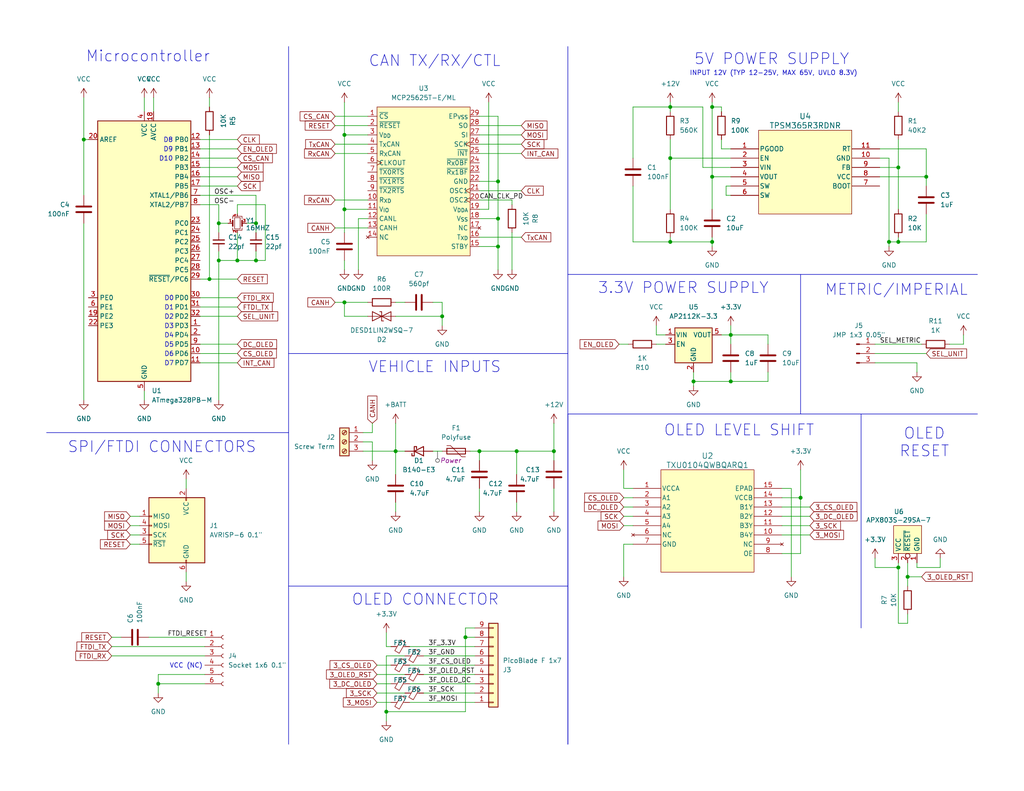
<source format=kicad_sch>
(kicad_sch (version 20231120) (generator "eeschema") (generator_version "8.0")
  (paper "USLetter")
  (title_block (title "OLED SPLICE FOR RPK5-GM4101") (date "2024-04-01") (rev "3") (company "JOHN SANDMEYER"))
  (junction (at 69.85 71.12))
  (junction (at 135.89 59.69))
  (junction (at 199.39 104.14))
  (junction (at 199.39 91.44))
  (junction (at 247.65 157.48))
  (junction (at 127 173.99))
  (junction (at 107.95 123.19))
  (junction (at 59.69 71.12))
  (junction (at 93.98 36.83))
  (junction (at 242.57 66.04))
  (junction (at 43.18 186.69))
  (junction (at 120.65 86.36))
  (junction (at 93.98 57.15))
  (junction (at 135.89 49.53))
  (junction (at 64.77 71.12))
  (junction (at 252.73 48.26))
  (junction (at 140.97 123.19))
  (junction (at 189.23 104.14))
  (junction (at 135.89 67.31))
  (junction (at 105.41 194.31))
  (junction (at 93.98 82.55))
  (junction (at 22.86 38.1))
  (junction (at 245.11 154.94))
  (junction (at 69.85 60.96))
  (junction (at 182.88 29.21))
  (junction (at 130.81 123.19))
  (junction (at 194.31 66.04))
  (junction (at 182.88 66.04))
  (junction (at 57.15 76.2))
  (junction (at 182.88 43.18))
  (junction (at 59.69 60.96))
  (junction (at 245.11 66.04))
  (junction (at 245.11 45.72))
  (junction (at 151.13 123.19))
  (junction (at 194.31 48.26))
  (junction (at 194.31 29.21))
  (junction (at 218.44 135.89))
  (wire (pts (xy 59.69 60.96) (xy 59.69 55.88)))
  (wire (pts (xy 110.49 123.19) (xy 107.95 123.19)))
  (wire (pts (xy 91.44 31.75) (xy 100.33 31.75)))
  (wire (pts (xy 107.95 82.55) (xy 110.49 82.55)))
  (wire (pts (xy 101.6 118.11) (xy 99.06 118.11)))
  (wire (pts (xy 64.77 63.5) (xy 64.77 71.12)))
  (wire (pts (xy 182.88 64.77) (xy 182.88 66.04)))
  (wire (pts (xy 93.98 57.15) (xy 93.98 36.83)))
  (wire (pts (xy 101.6 120.65) (xy 101.6 125.73)))
  (wire (pts (xy 199.39 104.14) (xy 209.55 104.14)))
  (wire (pts (xy 247.65 160.02) (xy 247.65 157.48)))
  (wire (pts (xy 59.69 71.12) (xy 64.77 71.12)))
  (wire (pts (xy 97.79 59.69) (xy 97.79 73.66)))
  (wire (pts (xy 130.81 54.61) (xy 139.7 54.61)))
  (wire (pts (xy 54.61 45.72) (xy 64.77 45.72)))
  (wire (pts (xy 140.97 123.19) (xy 140.97 129.54)))
  (wire (pts (xy 35.56 148.59) (xy 38.1 148.59)))
  (wire (pts (xy 196.85 29.21) (xy 194.31 29.21)))
  (wire (pts (xy 120.65 82.55) (xy 120.65 86.36)))
  (wire (pts (xy 99.06 120.65) (xy 101.6 120.65)))
  (polyline (pts (xy 218.44 74.93) (xy 218.44 113.03)))
  (wire (pts (xy 102.87 181.61) (xy 106.68 181.61)))
  (wire (pts (xy 111.76 186.69) (xy 129.54 186.69)))
  (wire (pts (xy 54.61 48.26) (xy 64.77 48.26)))
  (wire (pts (xy 91.44 34.29) (xy 100.33 34.29)))
  (wire (pts (xy 189.23 101.6) (xy 189.23 104.14)))
  (wire (pts (xy 245.11 45.72) (xy 245.11 57.15)))
  (wire (pts (xy 199.39 43.18) (xy 182.88 43.18)))
  (wire (pts (xy 151.13 123.19) (xy 151.13 125.73)))
  (wire (pts (xy 93.98 57.15) (xy 100.33 57.15)))
  (wire (pts (xy 30.48 179.07) (xy 55.88 179.07)))
  (wire (pts (xy 189.23 104.14) (xy 189.23 105.41)))
  (wire (pts (xy 43.18 184.15) (xy 43.18 186.69)))
  (wire (pts (xy 57.15 76.2) (xy 64.77 76.2)))
  (wire (pts (xy 218.44 151.13) (xy 218.44 135.89)))
  (wire (pts (xy 191.77 29.21) (xy 182.88 29.21)))
  (wire (pts (xy 245.11 45.72) (xy 245.11 38.1)))
  (wire (pts (xy 105.41 179.07) (xy 110.49 179.07)))
  (wire (pts (xy 135.89 59.69) (xy 135.89 67.31)))
  (wire (pts (xy 179.07 91.44) (xy 181.61 91.44)))
  (wire (pts (xy 198.12 50.8) (xy 198.12 53.34)))
  (wire (pts (xy 22.86 60.96) (xy 22.86 109.22)))
  (wire (pts (xy 59.69 60.96) (xy 59.69 63.5)))
  (wire (pts (xy 130.81 52.07) (xy 142.24 52.07)))
  (wire (pts (xy 194.31 64.77) (xy 194.31 66.04)))
  (wire (pts (xy 35.56 140.97) (xy 38.1 140.97)))
  (wire (pts (xy 172.72 148.59) (xy 170.18 148.59)))
  (wire (pts (xy 140.97 137.16) (xy 140.97 139.7)))
  (wire (pts (xy 111.76 181.61) (xy 129.54 181.61)))
  (wire (pts (xy 129.54 171.45) (xy 127 171.45)))
  (wire (pts (xy 209.55 101.6) (xy 209.55 104.14)))
  (wire (pts (xy 252.73 40.64) (xy 252.73 48.26)))
  (wire (pts (xy 170.18 148.59) (xy 170.18 157.48)))
  (wire (pts (xy 130.81 67.31) (xy 135.89 67.31)))
  (polyline (pts (xy 78.74 12.7) (xy 78.74 203.2)))
  (wire (pts (xy 220.98 146.05) (xy 213.36 146.05)))
  (wire (pts (xy 259.08 93.98) (xy 262.89 93.98)))
  (wire (pts (xy 196.85 91.44) (xy 199.39 91.44)))
  (wire (pts (xy 102.87 186.69) (xy 106.68 186.69)))
  (wire (pts (xy 182.88 43.18) (xy 182.88 57.15)))
  (wire (pts (xy 102.87 184.15) (xy 110.49 184.15)))
  (wire (pts (xy 54.61 50.8) (xy 64.77 50.8)))
  (wire (pts (xy 102.87 191.77) (xy 106.68 191.77)))
  (wire (pts (xy 240.03 40.64) (xy 252.73 40.64)))
  (wire (pts (xy 30.48 173.99) (xy 33.02 173.99)))
  (wire (pts (xy 72.39 55.88) (xy 72.39 71.12)))
  (wire (pts (xy 213.36 135.89) (xy 218.44 135.89)))
  (wire (pts (xy 100.33 86.36) (xy 93.98 86.36)))
  (wire (pts (xy 191.77 45.72) (xy 191.77 29.21)))
  (wire (pts (xy 91.44 62.23) (xy 100.33 62.23)))
  (wire (pts (xy 22.86 38.1) (xy 22.86 53.34)))
  (wire (pts (xy 238.76 93.98) (xy 251.46 93.98)))
  (wire (pts (xy 139.7 63.5) (xy 139.7 73.66)))
  (wire (pts (xy 170.18 140.97) (xy 172.72 140.97)))
  (wire (pts (xy 105.41 179.07) (xy 105.41 194.31)))
  (wire (pts (xy 105.41 194.31) (xy 105.41 196.85)))
  (wire (pts (xy 242.57 43.18) (xy 242.57 66.04)))
  (wire (pts (xy 196.85 30.48) (xy 196.85 29.21)))
  (wire (pts (xy 130.81 64.77) (xy 142.24 64.77)))
  (wire (pts (xy 242.57 66.04) (xy 245.11 66.04)))
  (wire (pts (xy 55.88 184.15) (xy 43.18 184.15)))
  (wire (pts (xy 69.85 71.12) (xy 72.39 71.12)))
  (wire (pts (xy 215.9 133.35) (xy 215.9 157.48)))
  (wire (pts (xy 100.33 82.55) (xy 93.98 82.55)))
  (polyline (pts (xy 154.94 12.7) (xy 154.94 203.2)))
  (wire (pts (xy 135.89 31.75) (xy 135.89 49.53)))
  (wire (pts (xy 170.18 138.43) (xy 172.72 138.43)))
  (wire (pts (xy 54.61 96.52) (xy 64.77 96.52)))
  (wire (pts (xy 142.24 39.37) (xy 130.81 39.37)))
  (polyline (pts (xy 154.94 74.93) (xy 266.7 74.93)))
  (wire (pts (xy 130.81 123.19) (xy 140.97 123.19)))
  (wire (pts (xy 220.98 138.43) (xy 213.36 138.43)))
  (wire (pts (xy 250.19 99.06) (xy 238.76 99.06)))
  (wire (pts (xy 245.11 154.94) (xy 245.11 170.18)))
  (wire (pts (xy 245.11 154.94) (xy 245.11 153.67)))
  (wire (pts (xy 252.73 48.26) (xy 252.73 50.8)))
  (wire (pts (xy 93.98 36.83) (xy 100.33 36.83)))
  (wire (pts (xy 172.72 66.04) (xy 182.88 66.04)))
  (wire (pts (xy 250.19 154.94) (xy 250.19 153.67)))
  (wire (pts (xy 69.85 68.58) (xy 69.85 71.12)))
  (wire (pts (xy 40.64 173.99) (xy 55.88 173.99)))
  (wire (pts (xy 130.81 133.35) (xy 130.81 139.7)))
  (wire (pts (xy 199.39 40.64) (xy 196.85 40.64)))
  (wire (pts (xy 106.68 176.53) (xy 105.41 176.53)))
  (wire (pts (xy 245.11 27.94) (xy 245.11 30.48)))
  (wire (pts (xy 172.72 50.8) (xy 172.72 66.04)))
  (wire (pts (xy 107.95 137.16) (xy 107.95 139.7)))
  (wire (pts (xy 179.07 93.98) (xy 181.61 93.98)))
  (polyline (pts (xy 154.94 113.03) (xy 154.94 203.2)))
  (wire (pts (xy 168.91 93.98) (xy 171.45 93.98)))
  (wire (pts (xy 139.7 54.61) (xy 139.7 55.88)))
  (wire (pts (xy 64.77 71.12) (xy 69.85 71.12)))
  (wire (pts (xy 242.57 66.04) (xy 242.57 67.31)))
  (wire (pts (xy 170.18 135.89) (xy 172.72 135.89)))
  (wire (pts (xy 39.37 26.67) (xy 39.37 30.48)))
  (wire (pts (xy 213.36 151.13) (xy 218.44 151.13)))
  (wire (pts (xy 115.57 179.07) (xy 129.54 179.07)))
  (wire (pts (xy 213.36 133.35) (xy 215.9 133.35)))
  (wire (pts (xy 182.88 29.21) (xy 182.88 30.48)))
  (wire (pts (xy 256.54 152.4) (xy 256.54 154.94)))
  (wire (pts (xy 54.61 81.28) (xy 64.77 81.28)))
  (wire (pts (xy 199.39 91.44) (xy 199.39 93.98)))
  (wire (pts (xy 93.98 86.36) (xy 93.98 82.55)))
  (wire (pts (xy 172.72 43.18) (xy 172.72 29.21)))
  (wire (pts (xy 118.11 123.19) (xy 120.65 123.19)))
  (wire (pts (xy 57.15 36.83) (xy 57.15 76.2)))
  (polyline (pts (xy 78.74 96.52) (xy 154.94 96.52)))
  (wire (pts (xy 127 171.45) (xy 127 173.99)))
  (wire (pts (xy 194.31 67.31) (xy 194.31 66.04)))
  (wire (pts (xy 130.81 57.15) (xy 133.35 57.15)))
  (wire (pts (xy 135.89 67.31) (xy 135.89 73.66)))
  (polyline (pts (xy 12.7 118.11) (xy 78.74 118.11)))
  (wire (pts (xy 100.33 59.69) (xy 97.79 59.69)))
  (wire (pts (xy 105.41 194.31) (xy 127 194.31)))
  (wire (pts (xy 199.39 53.34) (xy 198.12 53.34)))
  (wire (pts (xy 101.6 115.57) (xy 101.6 118.11)))
  (wire (pts (xy 252.73 96.52) (xy 238.76 96.52)))
  (wire (pts (xy 182.88 66.04) (xy 194.31 66.04)))
  (wire (pts (xy 43.18 186.69) (xy 43.18 189.23)))
  (wire (pts (xy 115.57 184.15) (xy 129.54 184.15)))
  (wire (pts (xy 130.81 49.53) (xy 135.89 49.53)))
  (wire (pts (xy 54.61 55.88) (xy 59.69 55.88)))
  (wire (pts (xy 69.85 53.34) (xy 69.85 60.96)))
  (wire (pts (xy 194.31 29.21) (xy 194.31 48.26)))
  (wire (pts (xy 142.24 36.83) (xy 130.81 36.83)))
  (wire (pts (xy 54.61 83.82) (xy 64.77 83.82)))
  (wire (pts (xy 127 173.99) (xy 129.54 173.99)))
  (wire (pts (xy 91.44 54.61) (xy 100.33 54.61)))
  (wire (pts (xy 135.89 49.53) (xy 135.89 59.69)))
  (wire (pts (xy 240.03 45.72) (xy 245.11 45.72)))
  (wire (pts (xy 35.56 143.51) (xy 38.1 143.51)))
  (wire (pts (xy 54.61 43.18) (xy 64.77 43.18)))
  (wire (pts (xy 22.86 38.1) (xy 24.13 38.1)))
  (polyline (pts (xy 234.95 113.03) (xy 234.95 171.45)))
  (wire (pts (xy 170.18 143.51) (xy 172.72 143.51)))
  (wire (pts (xy 54.61 40.64) (xy 64.77 40.64)))
  (wire (pts (xy 220.98 140.97) (xy 213.36 140.97)))
  (wire (pts (xy 199.39 91.44) (xy 209.55 91.44)))
  (wire (pts (xy 250.19 101.6) (xy 250.19 99.06)))
  (wire (pts (xy 182.88 43.18) (xy 182.88 38.1)))
  (wire (pts (xy 54.61 93.98) (xy 64.77 93.98)))
  (wire (pts (xy 130.81 123.19) (xy 130.81 125.73)))
  (wire (pts (xy 199.39 91.44) (xy 199.39 88.9)))
  (wire (pts (xy 107.95 115.57) (xy 107.95 123.19)))
  (wire (pts (xy 179.07 88.9) (xy 179.07 91.44)))
  (wire (pts (xy 41.91 26.67) (xy 41.91 30.48)))
  (wire (pts (xy 105.41 176.53) (xy 105.41 172.72)))
  (wire (pts (xy 189.23 104.14) (xy 199.39 104.14)))
  (wire (pts (xy 120.65 86.36) (xy 107.95 86.36)))
  (wire (pts (xy 54.61 99.06) (xy 64.77 99.06)))
  (polyline (pts (xy 154.94 113.03) (xy 266.7 113.03)))
  (wire (pts (xy 194.31 57.15) (xy 194.31 48.26)))
  (wire (pts (xy 196.85 40.64) (xy 196.85 38.1)))
  (wire (pts (xy 130.81 59.69) (xy 135.89 59.69)))
  (wire (pts (xy 247.65 167.64) (xy 247.65 170.18)))
  (wire (pts (xy 172.72 133.35) (xy 170.18 133.35)))
  (wire (pts (xy 142.24 34.29) (xy 130.81 34.29)))
  (wire (pts (xy 172.72 29.21) (xy 182.88 29.21)))
  (wire (pts (xy 133.35 27.94) (xy 133.35 57.15)))
  (wire (pts (xy 194.31 48.26) (xy 199.39 48.26)))
  (wire (pts (xy 252.73 58.42) (xy 252.73 66.04)))
  (wire (pts (xy 247.65 170.18) (xy 245.11 170.18)))
  (wire (pts (xy 93.98 27.94) (xy 93.98 36.83)))
  (wire (pts (xy 67.31 60.96) (xy 69.85 60.96)))
  (wire (pts (xy 30.48 176.53) (xy 55.88 176.53)))
  (wire (pts (xy 170.18 133.35) (xy 170.18 128.27)))
  (wire (pts (xy 194.31 27.94) (xy 194.31 29.21)))
  (wire (pts (xy 238.76 154.94) (xy 245.11 154.94)))
  (wire (pts (xy 35.56 146.05) (xy 38.1 146.05)))
  (wire (pts (xy 69.85 60.96) (xy 69.85 63.5)))
  (wire (pts (xy 111.76 191.77) (xy 129.54 191.77)))
  (wire (pts (xy 59.69 68.58) (xy 59.69 71.12)))
  (polyline (pts (xy 78.74 160.02) (xy 154.94 160.02)))
  (wire (pts (xy 238.76 152.4) (xy 238.76 154.94)))
  (wire (pts (xy 220.98 143.51) (xy 213.36 143.51)))
  (wire (pts (xy 111.76 176.53) (xy 129.54 176.53)))
  (wire (pts (xy 245.11 64.77) (xy 245.11 66.04)))
  (wire (pts (xy 262.89 93.98) (xy 262.89 91.44)))
  (wire (pts (xy 102.87 189.23) (xy 110.49 189.23)))
  (wire (pts (xy 240.03 43.18) (xy 242.57 43.18)))
  (wire (pts (xy 99.06 123.19) (xy 107.95 123.19)))
  (wire (pts (xy 142.24 41.91) (xy 130.81 41.91)))
  (wire (pts (xy 240.03 48.26) (xy 252.73 48.26)))
  (wire (pts (xy 39.37 106.68) (xy 39.37 109.22)))
  (wire (pts (xy 91.44 41.91) (xy 100.33 41.91)))
  (wire (pts (xy 54.61 76.2) (xy 57.15 76.2)))
  (wire (pts (xy 59.69 60.96) (xy 62.23 60.96)))
  (wire (pts (xy 93.98 63.5) (xy 93.98 57.15)))
  (wire (pts (xy 64.77 58.42) (xy 64.77 55.88)))
  (wire (pts (xy 247.65 153.67) (xy 247.65 157.48)))
  (wire (pts (xy 54.61 38.1) (xy 64.77 38.1)))
  (wire (pts (xy 199.39 50.8) (xy 198.12 50.8)))
  (wire (pts (xy 130.81 31.75) (xy 135.89 31.75)))
  (wire (pts (xy 59.69 71.12) (xy 59.69 109.22)))
  (wire (pts (xy 140.97 123.19) (xy 151.13 123.19)))
  (wire (pts (xy 54.61 53.34) (xy 69.85 53.34)))
  (wire (pts (xy 127 173.99) (xy 127 194.31)))
  (wire (pts (xy 57.15 29.21) (xy 57.15 26.67)))
  (wire (pts (xy 209.55 91.44) (xy 209.55 93.98)))
  (wire (pts (xy 199.39 101.6) (xy 199.39 104.14)))
  (wire (pts (xy 93.98 71.12) (xy 93.98 73.66)))
  (wire (pts (xy 54.61 86.36) (xy 64.77 86.36)))
  (wire (pts (xy 43.18 186.69) (xy 55.88 186.69)))
  (wire (pts (xy 128.27 123.19) (xy 130.81 123.19)))
  (wire (pts (xy 251.46 157.48) (xy 247.65 157.48)))
  (wire (pts (xy 107.95 123.19) (xy 107.95 129.54)))
  (wire (pts (xy 93.98 82.55) (xy 91.44 82.55)))
  (wire (pts (xy 250.19 154.94) (xy 256.54 154.94)))
  (wire (pts (xy 50.8 130.81) (xy 50.8 133.35)))
  (wire (pts (xy 50.8 158.75) (xy 50.8 156.21)))
  (wire (pts (xy 120.65 86.36) (xy 120.65 88.9)))
  (wire (pts (xy 218.44 135.89) (xy 218.44 128.27)))
  (wire (pts (xy 252.73 66.04) (xy 245.11 66.04)))
  (wire (pts (xy 120.65 82.55) (xy 118.11 82.55)))
  (wire (pts (xy 22.86 26.67) (xy 22.86 38.1)))
  (wire (pts (xy 151.13 133.35) (xy 151.13 139.7)))
  (wire (pts (xy 115.57 189.23) (xy 129.54 189.23)))
  (wire (pts (xy 199.39 45.72) (xy 191.77 45.72)))
  (wire (pts (xy 182.88 27.94) (xy 182.88 29.21)))
  (wire (pts (xy 151.13 123.19) (xy 151.13 115.57)))
  (wire (pts (xy 64.77 55.88) (xy 72.39 55.88)))
  (wire (pts (xy 91.44 39.37) (xy 100.33 39.37)))
  (text "D5" (at 47.498 94.234 0) (effects (font (size 1.27 1.27)) (justify right)))
  (text "D3\n" (at 47.498 89.154 0) (effects (font (size 1.27 1.27)) (justify right)))
  (text "D1" (at 47.498 84.074 0) (effects (font (size 1.27 1.27)) (justify right)))
  (text "D2" (at 47.498 86.614 0) (effects (font (size 1.27 1.27)) (justify right)))
  (text "3.3V POWER SUPPLY" (at 186.436 78.74 0) (effects (font (size 3 3))))
  (text "CAN TX/RX/CTL" (at 118.618 16.764 0) (effects (font (size 3 3))))
  (text "VEHICLE INPUTS" (at 118.618 100.33 0) (effects (font (size 3 3))))
  (text "D8\n" (at 47.244 38.354 0) (effects (font (size 1.27 1.27)) (justify right)))
  (text "D10" (at 47.244 43.434 0) (effects (font (size 1.27 1.27)) (justify right)))
  (text "OLED CONNECTOR" (at 116.078 163.83 0) (effects (font (size 3 3))))
  (text "D6" (at 47.498 96.774 0) (effects (font (size 1.27 1.27)) (justify right)))
  (text "VCC (NC)" (at 50.8 181.864 0) (effects (font (size 1.27 1.27))))
  (text "5V POWER SUPPLY" (at 210.566 16.256 0) (effects (font (size 3 3))))
  (text "INPUT 12V (TYP 12-25V, MAX 65V, UVLO 8.3V)" (at 211.074 20.066 0) (effects (font (size 1.27 1.27))))
  (text "OLED\nRESET" (at 252.222 120.904 0) (effects (font (size 3 3))))
  (text "D0" (at 47.498 81.534 0) (effects (font (size 1.27 1.27)) (justify right)))
  (text "D7" (at 47.498 99.314 0) (effects (font (size 1.27 1.27)) (justify right)))
  (text "SPI/FTDI CONNECTORS" (at 44.196 122.174 0) (effects (font (size 3 3))))
  (text "D9\n" (at 47.244 40.894 0) (effects (font (size 1.27 1.27)) (justify right)))
  (text "D4\n" (at 47.498 91.694 0) (effects (font (size 1.27 1.27)) (justify right)))
  (text "OLED LEVEL SHIFT" (at 201.676 117.602 0) (effects (font (size 3 3))))
  (text "Microcontroller" (at 40.386 15.494 0) (effects (font (size 3 3))))
  (text "METRIC/IMPERIAL" (at 244.602 79.248 0) (effects (font (size 3 3))))
  (label "3F_OLED_RST" (at 116.84 184.15 0))
  (label "3F_CS_OLED" (at 116.84 181.61 0))
  (label "CAN_CLK_PD" (at 130.81 54.61 0))
  (label "3F_OLED_DC" (at 116.84 186.69 0))
  (label "3F_MOSI" (at 116.84 191.77 0))
  (label "3F_GND" (at 116.84 179.07 0))
  (label "OSC+" (at 58.42 53.34 0))
  (label "OSC-" (at 58.42 55.88 0))
  (label "3F_SCK" (at 116.84 189.23 0))
  (label "FTDI_RESET" (at 45.72 173.99 0))
  (label "3F_3.3V" (at 116.84 176.53 0))
  (label "SEL_METRIC" (at 240.03 93.98 0))
  (global_label "MOSI" (shape input) (at 170.18 143.51 180) (property "Intersheetrefs" "${INTERSHEET_REFS}" (effects (hide yes))))
  (global_label "CANH" (shape input) (at 91.44 82.55 180) (property "Intersheetrefs" "${INTERSHEET_REFS}" (effects (hide yes))))
  (global_label "FTDI_RX" (shape input) (at 64.77 81.28 0) (property "Intersheetrefs" "${INTERSHEET_REFS}" (effects (hide yes))))
  (global_label "CS_OLED" (shape input) (at 64.77 96.52 0) (property "Intersheetrefs" "${INTERSHEET_REFS}" (effects (hide yes))))
  (global_label "RESET" (shape input) (at 64.77 76.2 0) (property "Intersheetrefs" "${INTERSHEET_REFS}" (effects (hide yes))))
  (global_label "R_{X}CAN" (shape input) (at 91.44 54.61 180) (property "Intersheetrefs" "${INTERSHEET_REFS}" (effects (hide yes))))
  (global_label "MISO" (shape input) (at 142.24 34.29 0) (property "Intersheetrefs" "${INTERSHEET_REFS}" (effects (hide yes))))
  (global_label "3_OLED_RST" (shape input) (at 102.87 184.15 180) (property "Intersheetrefs" "${INTERSHEET_REFS}" (effects (hide yes))))
  (global_label "T_{X}CAN" (shape input) (at 142.24 64.77 0) (property "Intersheetrefs" "${INTERSHEET_REFS}" (effects (hide yes))))
  (global_label "3_OLED_RST" (shape input) (at 251.46 157.48 0) (property "Intersheetrefs" "${INTERSHEET_REFS}" (effects (hide yes))))
  (global_label "MOSI" (shape input) (at 35.56 143.51 180) (property "Intersheetrefs" "${INTERSHEET_REFS}" (effects (hide yes))))
  (global_label "CLK" (shape input) (at 142.24 52.07 0) (property "Intersheetrefs" "${INTERSHEET_REFS}" (effects (hide yes))))
  (global_label "DC_OLED" (shape input) (at 64.77 93.98 0) (property "Intersheetrefs" "${INTERSHEET_REFS}" (effects (hide yes))))
  (global_label "EN_OLED" (shape input) (at 64.77 40.64 0) (property "Intersheetrefs" "${INTERSHEET_REFS}" (effects (hide yes))))
  (global_label "MISO" (shape input) (at 35.56 140.97 180) (property "Intersheetrefs" "${INTERSHEET_REFS}" (effects (hide yes))))
  (global_label "3_SCK" (shape input) (at 102.87 189.23 180) (property "Intersheetrefs" "${INTERSHEET_REFS}" (effects (hide yes))))
  (global_label "CS_CAN" (shape input) (at 64.77 43.18 0) (property "Intersheetrefs" "${INTERSHEET_REFS}" (effects (hide yes))))
  (global_label "3_SCK" (shape input) (at 220.98 143.51 0) (property "Intersheetrefs" "${INTERSHEET_REFS}" (effects (hide yes))))
  (global_label "3_CS_OLED" (shape input) (at 102.87 181.61 180) (property "Intersheetrefs" "${INTERSHEET_REFS}" (effects (hide yes))))
  (global_label "SEL_UNIT" (shape input) (at 64.77 86.36 0) (property "Intersheetrefs" "${INTERSHEET_REFS}" (effects (hide yes))))
  (global_label "MOSI" (shape input) (at 142.24 36.83 0) (property "Intersheetrefs" "${INTERSHEET_REFS}" (effects (hide yes))))
  (global_label "INT_CAN" (shape input) (at 64.77 99.06 0) (property "Intersheetrefs" "${INTERSHEET_REFS}" (effects (hide yes))))
  (global_label "RESET" (shape input) (at 30.48 173.99 180) (property "Intersheetrefs" "${INTERSHEET_REFS}" (effects (hide yes))))
  (global_label "3_DC_OLED" (shape input) (at 102.87 186.69 180) (property "Intersheetrefs" "${INTERSHEET_REFS}" (effects (hide yes))))
  (global_label "SCK" (shape input) (at 142.24 39.37 0) (property "Intersheetrefs" "${INTERSHEET_REFS}" (effects (hide yes))))
  (global_label "CS_OLED" (shape input) (at 170.18 135.89 180) (property "Intersheetrefs" "${INTERSHEET_REFS}" (effects (hide yes))))
  (global_label "RESET" (shape input) (at 91.44 34.29 180) (property "Intersheetrefs" "${INTERSHEET_REFS}" (effects (hide yes))))
  (global_label "INT_CAN" (shape input) (at 142.24 41.91 0) (property "Intersheetrefs" "${INTERSHEET_REFS}" (effects (hide yes))))
  (global_label "R_{X}CAN" (shape input) (at 91.44 41.91 180) (property "Intersheetrefs" "${INTERSHEET_REFS}" (effects (hide yes))))
  (global_label "EN_OLED" (shape input) (at 168.91 93.98 180) (property "Intersheetrefs" "${INTERSHEET_REFS}" (effects (hide yes))))
  (global_label "3_MOSI" (shape input) (at 220.98 146.05 0) (property "Intersheetrefs" "${INTERSHEET_REFS}" (effects (hide yes))))
  (global_label "CANH" (shape input) (at 91.44 62.23 180) (property "Intersheetrefs" "${INTERSHEET_REFS}" (effects (hide yes))))
  (global_label "CS_CAN" (shape input) (at 91.44 31.75 180) (property "Intersheetrefs" "${INTERSHEET_REFS}" (effects (hide yes))))
  (global_label "FTDI_RX" (shape input) (at 30.48 179.07 180) (property "Intersheetrefs" "${INTERSHEET_REFS}" (effects (hide yes))))
  (global_label "SCK" (shape input) (at 35.56 146.05 180) (property "Intersheetrefs" "${INTERSHEET_REFS}" (effects (hide yes))))
  (global_label "SCK" (shape input) (at 170.18 140.97 180) (property "Intersheetrefs" "${INTERSHEET_REFS}" (effects (hide yes))))
  (global_label "MOSI" (shape input) (at 64.77 45.72 0) (property "Intersheetrefs" "${INTERSHEET_REFS}" (effects (hide yes))))
  (global_label "3_MOSI" (shape input) (at 102.87 191.77 180) (property "Intersheetrefs" "${INTERSHEET_REFS}" (effects (hide yes))))
  (global_label "FTDI_TX" (shape input) (at 30.48 176.53 180) (property "Intersheetrefs" "${INTERSHEET_REFS}" (effects (hide yes))))
  (global_label "SCK" (shape input) (at 64.77 50.8 0) (property "Intersheetrefs" "${INTERSHEET_REFS}" (effects (hide yes))))
  (global_label "MISO" (shape input) (at 64.77 48.26 0) (property "Intersheetrefs" "${INTERSHEET_REFS}" (effects (hide yes))))
  (global_label "T_{X}CAN" (shape input) (at 91.44 39.37 180) (property "Intersheetrefs" "${INTERSHEET_REFS}" (effects (hide yes))))
  (global_label "CANH" (shape input) (at 101.6 115.57 90) (property "Intersheetrefs" "${INTERSHEET_REFS}" (effects (hide yes))))
  (global_label "SEL_UNIT" (shape input) (at 252.73 96.52 0) (property "Intersheetrefs" "${INTERSHEET_REFS}" (effects (hide yes))))
  (global_label "FTDI_TX" (shape input) (at 64.77 83.82 0) (property "Intersheetrefs" "${INTERSHEET_REFS}" (effects (hide yes))))
  (global_label "DC_OLED" (shape input) (at 170.18 138.43 180) (property "Intersheetrefs" "${INTERSHEET_REFS}" (effects (hide yes))))
  (global_label "CLK" (shape input) (at 64.77 38.1 0) (property "Intersheetrefs" "${INTERSHEET_REFS}" (effects (hide yes))))
  (global_label "3_CS_OLED" (shape input) (at 220.98 138.43 0) (property "Intersheetrefs" "${INTERSHEET_REFS}" (effects (hide yes))))
  (global_label "RESET" (shape input) (at 35.56 148.59 180) (property "Intersheetrefs" "${INTERSHEET_REFS}" (effects (hide yes))))
  (global_label "3_DC_OLED" (shape input) (at 220.98 140.97 0) (property "Intersheetrefs" "${INTERSHEET_REFS}" (effects (hide yes))))
  (netclass_flag "" (length 2.54) (shape round) (at 119.38 123.19 180) (property "Netclass" "Power" (at 120.0785 125.73 0) (effects (font (italic yes)) (justify left))))
  (symbol (lib_id "power:+BATT") (at 107.95 115.57 0) (unit 1)
    (property "Reference" "#PWR029" (effects (hide yes)))
    (property "Value" "+BATT" (at 107.95 110.49 0))
    (property "Description" "Power symbol creates a global label with name \"+BATT\"" (effects (hide yes)))
  )
  (symbol (lib_id "power:GND") (at 135.89 73.66 0) (unit 1)
    (property "Reference" "#PWR010" (effects (hide yes)))
    (property "Value" "GND" (at 135.89 78.74 0))
  )
  (symbol (lib_id "Device:C") (at 209.55 97.79 0) (unit 1)
    (property "Reference" "C9" (at 213.36 96.5199 0) (effects (justify left)))
    (property "Value" "10uF" (at 213.36 99.0599 0) (effects (justify left)))
    (property "Footprint" "Capacitor_SMD:C_0603_1608Metric" (effects (hide yes)))
    (property "Description" "GRT188R61A106KE13D" (effects (hide yes)))
  )
  (symbol (lib_id "TXU0104QWBQARQ1:TXU0104QWBQARQ1") (at 172.72 133.35 0) (unit 1)
    (property "Reference" "U2" (at 193.04 124.46 0) (effects (font (size 1.524 1.524))))
    (property "Value" "TXU0104QWBQARQ1" (at 193.04 127 0) (effects (font (size 1.524 1.524))))
    (property "Footprint" "TXU0104QWBQARQ1:WQFN14_BQA_TEX" (effects (hide yes)))
    (property "Datasheet" "https://www.ti.com/lit/ds/symlink/txu0104-q1.pdf" (effects (hide yes)))
  )
  (symbol (lib_id "Device:C") (at 151.13 129.54 0) (mirror y) (unit 1)
    (property "Reference" "C13" (at 147.32 128.2699 0) (effects (justify left)))
    (property "Value" "4.7uF" (at 147.32 130.8099 0) (effects (justify left)))
    (property "Footprint" "Capacitor_SMD:C_1206_3216Metric" (effects (hide yes)))
    (property "Description" "GRM31CR71H475KA12L" (effects (hide yes)))
  )
  (symbol (lib_id "Device:C") (at 93.98 67.31 0) (mirror y) (unit 1)
    (property "Reference" "C5" (at 90.17 66.0399 0) (effects (justify left)))
    (property "Value" "100nF" (at 90.17 68.5799 0) (effects (justify left)))
    (property "Footprint" "Capacitor_SMD:C_0603_1608Metric" (effects (hide yes)))
  )
  (symbol (lib_id "Diode:B140-E3") (at 114.3 123.19 0) (mirror x) (unit 1)
    (property "Reference" "D1" (at 114.3 125.73 0))
    (property "Value" "B140-E3" (at 114.3 128.27 0))
    (property "Footprint" "Diode_SMD:D_SMA" (effects (hide yes)))
    (property "Datasheet" "http://www.vishay.com/docs/88946/b120.pdf" (effects (hide yes)))
  )
  (symbol (lib_id "power:GND") (at 97.79 73.66 0) (unit 1)
    (property "Reference" "#PWR04" (effects (hide yes)))
    (property "Value" "GND" (at 97.79 78.74 0))
  )
  (symbol (lib_id "power:VCC") (at 57.15 26.67 0) (unit 1)
    (property "Reference" "#PWR020" (effects (hide yes)))
    (property "Value" "VCC" (at 57.15 21.59 0))
  )
  (symbol (lib_id "Device:Polyfuse") (at 124.46 123.19 270) (mirror x) (unit 1)
    (property "Reference" "F1" (at 124.46 116.84 90))
    (property "Value" "Polyfuse" (at 124.46 119.38 90))
    (property "Footprint" "Fuse:Fuse_1206_3216Metric" (effects (hide yes)))
  )
  (symbol (lib_id "Device:C") (at 36.83 173.99 90) (unit 1)
    (property "Reference" "C6" (at 35.5599 170.18 0) (effects (justify left)))
    (property "Value" "100nF" (at 38.0999 170.18 0) (effects (justify left)))
    (property "Footprint" "Capacitor_SMD:C_0603_1608Metric" (effects (hide yes)))
  )
  (symbol (lib_id "power:GND") (at 194.31 67.31 0) (unit 1)
    (property "Reference" "#PWR034" (effects (hide yes)))
    (property "Value" "GND" (at 194.31 72.39 0))
  )
  (symbol (lib_id "power:+12V") (at 151.13 115.57 0) (unit 1)
    (property "Reference" "#PWR016" (effects (hide yes)))
    (property "Value" "+12V" (at 151.13 110.49 0))
    (property "Description" "Power symbol creates a global label with name \"+12V\"" (effects (hide yes)))
  )
  (symbol (lib_id "power:GND") (at 101.6 125.73 0) (mirror y) (unit 1)
    (property "Reference" "#PWR037" (effects (hide yes)))
    (property "Value" "GND" (at 101.6 130.81 0))
  )
  (symbol (lib_id "power:GND") (at 50.8 158.75 0) (unit 1)
    (property "Reference" "#PWR05" (effects (hide yes)))
    (property "Value" "GND" (at 50.8 163.83 0))
  )
  (symbol (lib_id "power:VCC") (at 194.31 27.94 0) (unit 1)
    (property "Reference" "#PWR033" (effects (hide yes)))
    (property "Value" "VCC" (at 194.31 22.86 0))
  )
  (symbol (lib_id "power:GND") (at 105.41 196.85 0) (unit 1)
    (property "Reference" "#PWR08" (effects (hide yes)))
    (property "Value" "GND" (at 105.41 201.93 0))
  )
  (symbol (lib_id "power:VCC") (at 93.98 27.94 0) (unit 1)
    (property "Reference" "#PWR09" (effects (hide yes)))
    (property "Value" "VCC" (at 93.98 22.86 0))
  )
  (symbol (lib_id "Device:FerriteBead_Small") (at 113.03 179.07 90) (unit 1)
    (property "Reference" "FB2" (at 113.03 178.054 90))
    (property "Value" "MMZ1608S121ATD25" (effects (hide yes)))
    (property "Footprint" "Inductor_SMD:L_0603_1608Metric" (effects (hide yes)))
    (property "Description" "Ferrite bead, small symbol" (effects (hide yes)))
  )
  (symbol (lib_id "power:GND") (at 139.7 73.66 0) (unit 1)
    (property "Reference" "#PWR025" (effects (hide yes)))
    (property "Value" "GND" (at 139.7 78.74 0))
  )
  (symbol (lib_id "Device:R") (at 182.88 60.96 0) (unit 1)
    (property "Reference" "R4" (at 185.42 59.6899 0) (effects (justify left)))
    (property "Value" "100K" (at 185.42 62.2299 0) (effects (justify left)))
    (property "Footprint" "Resistor_SMD:R_0603_1608Metric" (effects (hide yes)))
  )
  (symbol (lib_id "Device:FerriteBead_Small") (at 109.22 186.69 90) (unit 1)
    (property "Reference" "FB5" (at 109.22 185.674 90))
    (property "Value" "MMZ1608S121ATD25" (effects (hide yes)))
    (property "Footprint" "Inductor_SMD:L_0603_1608Metric" (effects (hide yes)))
    (property "Description" "Ferrite bead, small symbol" (effects (hide yes)))
  )
  (symbol (lib_id "power:GND") (at 140.97 139.7 0) (mirror y) (unit 1)
    (property "Reference" "#PWR018" (effects (hide yes)))
    (property "Value" "GND" (at 140.97 144.78 0))
  )
  (symbol (lib_id "Device:R") (at 57.15 33.02 0) (unit 1)
    (property "Reference" "R5" (at 63.5 33.02 90))
    (property "Value" "10K" (at 60.96 33.02 90))
    (property "Footprint" "Resistor_SMD:R_0603_1608Metric" (effects (hide yes)))
  )
  (symbol (lib_id "power:VCC") (at 22.86 26.67 0) (unit 1)
    (property "Reference" "#PWR015" (effects (hide yes)))
    (property "Value" "VCC" (at 22.86 21.59 0))
  )
  (symbol (lib_id "power:GND") (at 130.81 139.7 0) (mirror y) (unit 1)
    (property "Reference" "#PWR036" (effects (hide yes)))
    (property "Value" "GND" (at 130.81 144.78 0))
  )
  (symbol (lib_id "power:GND") (at 59.69 109.22 0) (unit 1)
    (property "Reference" "#PWR028" (effects (hide yes)))
    (property "Value" "GND" (at 59.69 114.3 0))
  )
  (symbol (lib_id "Device:FerriteBead_Small") (at 109.22 191.77 90) (unit 1)
    (property "Reference" "FB7" (at 109.22 190.754 90))
    (property "Value" "MMZ1608S121ATD25" (effects (hide yes)))
    (property "Footprint" "Inductor_SMD:L_0603_1608Metric" (effects (hide yes)))
    (property "Description" "Ferrite bead, small symbol" (effects (hide yes)))
  )
  (symbol (lib_id "power:VCC") (at 262.89 91.44 0) (unit 1)
    (property "Reference" "#PWR013" (effects (hide yes)))
    (property "Value" "VCC" (at 262.89 86.36 0))
  )
  (symbol (lib_id "Device:C") (at 172.72 46.99 0) (unit 1)
    (property "Reference" "C1" (at 176.53 45.7199 0) (effects (justify left)))
    (property "Value" "100nF" (at 176.53 48.2599 0) (effects (justify left)))
    (property "Footprint" "Capacitor_SMD:C_0603_1608Metric" (effects (hide yes)))
    (property "Description" "GRM188R72A104KA35D" (effects (hide yes)))
  )
  (symbol (lib_id "power:VCC") (at 245.11 27.94 0) (unit 1)
    (property "Reference" "#PWR031" (effects (hide yes)))
    (property "Value" "VCC" (at 245.11 22.86 0))
  )
  (symbol (lib_id "Device:R") (at 196.85 34.29 0) (unit 1)
    (property "Reference" "R9" (at 199.39 33.0199 0) (effects (justify left)))
    (property "Value" "100K" (at 199.39 35.5599 0) (effects (justify left)))
    (property "Footprint" "Resistor_SMD:R_0603_1608Metric" (effects (hide yes)))
  )
  (symbol (lib_id "Device:C") (at 22.86 57.15 0) (mirror y) (unit 1)
    (property "Reference" "C4" (at 19.05 55.8799 0) (effects (justify left)))
    (property "Value" "100nF" (at 19.05 58.4199 0) (effects (justify left)))
    (property "Footprint" "Capacitor_SMD:C_0603_1608Metric" (effects (hide yes)))
  )
  (symbol (lib_id "Device:FerriteBead_Small") (at 113.03 189.23 90) (unit 1)
    (property "Reference" "FB6" (at 113.03 188.214 90))
    (property "Value" "MMZ1608S121ATD25" (effects (hide yes)))
    (property "Footprint" "Inductor_SMD:L_0603_1608Metric" (effects (hide yes)))
    (property "Description" "Ferrite bead, small symbol" (effects (hide yes)))
  )
  (symbol (lib_id "power:GND") (at 22.86 109.22 0) (unit 1)
    (property "Reference" "#PWR021" (effects (hide yes)))
    (property "Value" "GND" (at 22.86 114.3 0))
  )
  (symbol (lib_id "Device:R") (at 245.11 34.29 0) (unit 1)
    (property "Reference" "R1" (at 247.65 33.0199 0) (effects (justify left)))
    (property "Value" "40K2" (at 247.65 35.5599 0) (effects (justify left)))
    (property "Footprint" "Resistor_SMD:R_0603_1608Metric" (effects (hide yes)))
  )
  (symbol (lib_id "power:GND") (at 256.54 152.4 180) (unit 1)
    (property "Reference" "#PWR0133" (effects (hide yes)))
    (property "Value" "GND" (at 256.54 147.32 0))
  )
  (symbol (lib_id "Device:R") (at 182.88 34.29 0) (unit 1)
    (property "Reference" "R3" (at 185.42 33.0199 0) (effects (justify left)))
    (property "Value" "560K" (at 185.42 35.5599 0) (effects (justify left)))
    (property "Footprint" "Resistor_SMD:R_0603_1608Metric" (effects (hide yes)))
  )
  (symbol (lib_id "Device:R") (at 175.26 93.98 90) (mirror x) (unit 1)
    (property "Reference" "R10" (at 175.26 100.33 90))
    (property "Value" "1K" (at 175.26 97.79 90))
    (property "Footprint" "Resistor_SMD:R_0603_1608Metric" (effects (hide yes)))
  )
  (symbol (lib_id "power:VCC") (at 179.07 88.9 0) (unit 1)
    (property "Reference" "#PWR0132" (effects (hide yes)))
    (property "Value" "VCC" (at 179.07 83.82 0))
  )
  (symbol (lib_id "power:VCC") (at 39.37 26.67 0) (unit 1)
    (property "Reference" "#PWR014" (effects (hide yes)))
    (property "Value" "VCC" (at 39.37 21.59 0))
  )
  (symbol (lib_id "power:VCC") (at 50.8 130.81 0) (unit 1)
    (property "Reference" "#PWR06" (effects (hide yes)))
    (property "Value" "VCC" (at 50.8 125.73 0))
  )
  (symbol (lib_id "Device:C") (at 252.73 54.61 0) (unit 1)
    (property "Reference" "C3" (at 256.54 53.3399 0) (effects (justify left)))
    (property "Value" "1uF" (at 256.54 55.8799 0) (effects (justify left)))
    (property "Footprint" "Capacitor_SMD:C_0603_1608Metric" (effects (hide yes)))
    (property "Description" "C1608X7R1V105K080AC" (effects (hide yes)))
  )
  (symbol (lib_id "Device:C") (at 199.39 97.79 0) (unit 1)
    (property "Reference" "C8" (at 203.2 96.5199 0) (effects (justify left)))
    (property "Value" "1uF" (at 203.2 99.0599 0) (effects (justify left)))
    (property "Footprint" "Capacitor_SMD:C_0603_1608Metric" (effects (hide yes)))
  )
  (symbol (lib_id "power:GND") (at 250.19 101.6 0) (unit 1)
    (property "Reference" "#PWR019" (effects (hide yes)))
    (property "Value" "GND" (at 250.19 106.68 0))
  )
  (symbol (lib_id "power:+3.3V") (at 199.39 88.9 0) (unit 1)
    (property "Reference" "#PWR0125" (effects (hide yes)))
    (property "Value" "+3.3V" (at 199.39 83.82 0))
  )
  (symbol (lib_id "power:GND") (at 215.9 157.48 0) (unit 1)
    (property "Reference" "#PWR03" (effects (hide yes)))
    (property "Value" "GND" (at 215.9 162.56 0))
  )
  (symbol (lib_id "Device:R") (at 139.7 59.69 0) (unit 1)
    (property "Reference" "R8" (at 146.05 59.69 90))
    (property "Value" "10K" (at 143.51 59.69 90))
    (property "Footprint" "Resistor_SMD:R_0603_1608Metric" (effects (hide yes)))
  )
  (symbol (lib_id "Device:R") (at 104.14 82.55 270) (unit 1)
    (property "Reference" "R6" (at 104.14 76.2 90))
    (property "Value" "100R" (at 104.14 78.74 90))
    (property "Footprint" "Resistor_SMD:R_0603_1608Metric" (effects (hide yes)))
  )
  (symbol (lib_id "Device:C") (at 194.31 60.96 0) (unit 1)
    (property "Reference" "C2" (at 198.12 59.6899 0) (effects (justify left)))
    (property "Value" "10uF" (at 198.12 62.2299 0) (effects (justify left)))
    (property "Footprint" "Capacitor_SMD:C_0805_2012Metric" (effects (hide yes)))
    (property "Description" "C0805C106K8PACTU" (effects (hide yes)))
  )
  (symbol (lib_id "jsdev:APX803S-XXSA-7") (at 245.11 147.32 90) (unit 1)
    (property "Reference" "U6" (at 246.634 139.7 90) (effects (justify left)))
    (property "Value" "APX803S-29SA-7" (at 254 141.986 90) (effects (justify left)))
    (property "Footprint" "Package_TO_SOT_SMD:SOT-23" (effects (hide yes)))
    (property "Datasheet" "https://www.diodes.com/assets/Datasheets/APX803S.pdf" (effects (hide yes)))
  )
  (symbol (lib_id "power:+3.3V") (at 218.44 128.27 0) (unit 1)
    (property "Reference" "#PWR0128" (effects (hide yes)))
    (property "Value" "+3.3V" (at 218.44 123.19 0))
  )
  (symbol (lib_id "Device:C_Small") (at 59.69 66.04 0) (unit 1)
    (property "Reference" "C14" (at 62.23 64.7762 0) (effects (justify left)))
    (property "Value" "22pf" (at 62.23 67.3162 0) (effects (justify left)))
    (property "Footprint" "Capacitor_SMD:C_0603_1608Metric" (effects (hide yes)))
    (property "Description" "Unpolarized capacitor, small symbol" (effects (hide yes)))
  )
  (symbol (lib_id "Diode:SD24_SOD323") (at 104.14 86.36 0) (mirror y) (unit 1)
    (property "Reference" "D2" (at 104.14 92.71 0))
    (property "Value" "DESD1LIN2WSQ-7" (at 104.14 90.17 0))
    (property "Footprint" "Diode_SMD:D_SOD-323" (effects (hide yes)))
    (property "Datasheet" "https://www.littelfuse.com/~/media/electronics/datasheets/tvs_diode_arrays/littelfuse_tvs_diode_array_sd_c_datasheet.pdf.pdf" (effects (hide yes)))
  )
  (symbol (lib_id "power:GND") (at 43.18 189.23 0) (unit 1)
    (property "Reference" "#PWR012" (effects (hide yes)))
    (property "Value" "GND" (at 43.18 194.31 0))
  )
  (symbol (lib_id "Device:FerriteBead_Small") (at 109.22 176.53 90) (unit 1)
    (property "Reference" "FB1" (at 109.22 175.514 90))
    (property "Value" "MMZ1608S121ATD25" (effects (hide yes)))
    (property "Footprint" "Inductor_SMD:L_0603_1608Metric" (effects (hide yes)))
    (property "Description" "Ferrite bead, small symbol" (effects (hide yes)))
  )
  (symbol (lib_id "Device:C") (at 107.95 133.35 0) (unit 1)
    (property "Reference" "C10" (at 111.76 132.0799 0) (effects (justify left)))
    (property "Value" "4.7uF" (at 111.76 134.6199 0) (effects (justify left)))
    (property "Footprint" "Capacitor_SMD:C_1206_3216Metric" (effects (hide yes)))
  )
  (symbol (lib_id "Device:C") (at 140.97 133.35 0) (mirror y) (unit 1)
    (property "Reference" "C12" (at 137.16 132.0799 0) (effects (justify left)))
    (property "Value" "4.7uF" (at 137.16 134.6199 0) (effects (justify left)))
    (property "Footprint" "Capacitor_SMD:C_1206_3216Metric" (effects (hide yes)))
  )
  (symbol (lib_id "Device:FerriteBead_Small") (at 113.03 184.15 90) (unit 1)
    (property "Reference" "FB4" (at 113.03 183.134 90))
    (property "Value" "MMZ1608S121ATD25" (effects (hide yes)))
    (property "Footprint" "Inductor_SMD:L_0603_1608Metric" (effects (hide yes)))
    (property "Description" "Ferrite bead, small symbol" (effects (hide yes)))
  )
  (symbol (lib_id "Device:FerriteBead_Small") (at 109.22 181.61 90) (unit 1)
    (property "Reference" "FB3" (at 109.22 180.594 90))
    (property "Value" "MMZ1608S121ATD25" (effects (hide yes)))
    (property "Footprint" "Inductor_SMD:L_0603_1608Metric" (effects (hide yes)))
    (property "Description" "Ferrite bead, small symbol" (effects (hide yes)))
  )
  (symbol (lib_id "power:GND") (at 151.13 139.7 0) (mirror y) (unit 1)
    (property "Reference" "#PWR01" (effects (hide yes)))
    (property "Value" "GND" (at 151.13 144.78 0))
  )
  (symbol (lib_id "Device:C") (at 130.81 129.54 0) (mirror y) (unit 1)
    (property "Reference" "C11" (at 127 128.2699 0) (effects (justify left)))
    (property "Value" "4.7uF" (at 127 130.8099 0) (effects (justify left)))
    (property "Footprint" "Capacitor_SMD:C_1206_3216Metric" (effects (hide yes)))
  )
  (symbol (lib_id "Connector:Conn_01x03_Pin") (at 233.68 96.52 0) (unit 1)
    (property "Reference" "J5" (at 234.315 88.9 0))
    (property "Value" "JMP 1x3 0.05\"" (at 234.315 91.44 0))
    (property "Footprint" "jsdev:PinHeader_1x03_P1.27mm_Vertical_mod" (effects (hide yes)))
    (property "Description" "Generic connector, single row, 01x03, script generated" (effects (hide yes)))
  )
  (symbol (lib_id "Connector:Conn_01x06_Socket") (at 60.96 179.07 0) (unit 1)
    (property "Reference" "J4" (at 62.23 179.0699 0) (effects (justify left)))
    (property "Value" "Socket 1x6 0.1\"" (at 62.23 181.6099 0) (effects (justify left)))
    (property "Footprint" "jsdev:PinSocket_1x06_P2.54mm_Vertical_Box" (effects (hide yes)))
    (property "Description" "Generic connector, single row, 01x06, script generated" (effects (hide yes)))
  )
  (symbol (lib_id "Device:R") (at 255.27 93.98 270) (unit 1)
    (property "Reference" "R11" (at 255.27 87.63 90))
    (property "Value" "1K" (at 255.27 90.17 90))
    (property "Footprint" "Resistor_SMD:R_0603_1608Metric" (effects (hide yes)))
  )
  (symbol (lib_id "MCU_Microchip_ATmega:ATmega328PB-M") (at 39.37 68.58 0) (unit 1)
    (property "Reference" "U1" (at 41.3894 106.68 0) (effects (justify left)))
    (property "Value" "ATmega328PB-M" (at 41.3894 109.22 0) (effects (justify left)))
    (property "Footprint" "Package_DFN_QFN:QFN-32-1EP_5x5mm_P0.5mm_EP3.1x3.1mm" (effects (hide yes)))
    (property "Datasheet" "http://ww1.microchip.com/downloads/en/DeviceDoc/40001906C.pdf" (effects (hide yes)))
  )
  (symbol (lib_id "Device:C") (at 114.3 82.55 90) (mirror x) (unit 1)
    (property "Reference" "C7" (at 114.3 74.93 90))
    (property "Value" "560pf" (at 114.3 77.47 90))
    (property "Footprint" "Capacitor_SMD:C_0603_1608Metric" (effects (hide yes)))
  )
  (symbol (lib_id "power:GND") (at 242.57 67.31 0) (unit 1)
    (property "Reference" "#PWR032" (effects (hide yes)))
    (property "Value" "GND" (at 242.57 72.39 0))
  )
  (symbol (lib_id "jsdev:MCP25625T-E/ML") (at 115.57 49.53 0) (unit 1)
    (property "Reference" "U3" (at 115.57 24.13 0))
    (property "Value" "MCP25625T-E/ML" (at 115.57 26.67 0))
    (property "Footprint" "jsdev:QFN-28-1EP_6x6mm_P0.65mm_EP4.25x4.25mm_mod1" (effects (hide yes)))
    (property "Datasheet" "https://ww1.microchip.com/downloads/en/DeviceDoc/MCP25625-CAN-Controller-Data-Sheet-20005282C.pdf" (effects (hide yes)))
    (property "Description" "CAN Controller with Integrated Transceiver" (effects (hide yes)))
  )
  (symbol (lib_id "Connector:AVR-ISP-6") (at 48.26 146.05 0) (mirror y) (unit 1)
    (property "Reference" "J1" (at 57.15 143.5099 0) (effects (justify right)))
    (property "Value" "AVRISP-6 0.1\"" (at 57.15 146.0499 0) (effects (justify right)))
    (property "Footprint" "jsdev:IDC-Header_2x03_P2.54mm_Vertical_mod" (effects (hide yes)))
    (property "Datasheet" " ~" (effects (hide yes)))
  )
  (symbol (lib_id "power:VCC") (at 133.35 27.94 0) (unit 1)
    (property "Reference" "#PWR027" (effects (hide yes)))
    (property "Value" "VCC" (at 133.35 22.86 0))
  )
  (symbol (lib_id "Device:Crystal_GND24_Small") (at 64.77 60.96 0) (unit 1)
    (property "Reference" "Y1" (at 68.326 60.198 0))
    (property "Value" "16MHZ" (at 70.358 62.23 0))
    (property "Footprint" "Crystal:Crystal_SMD_3225-4Pin_3.2x2.5mm" (effects (hide yes)))
    (property "Datasheet" "https://ecsxtal.com/store/pdf/ecx-32.pdf" (effects (hide yes)))
    (property "Description" "ECS-160-12-33-AGN-TR3" (effects (hide yes)))
  )
  (symbol (lib_id "power:VCC") (at 41.91 26.67 0) (unit 1)
    (property "Reference" "#PWR0104" (effects (hide yes)))
    (property "Value" "VCC" (at 41.91 21.59 0))
  )
  (symbol (lib_id "power:GND") (at 39.37 109.22 0) (unit 1)
    (property "Reference" "#PWR0106" (effects (hide yes)))
    (property "Value" "GND" (at 39.37 114.3 0))
  )
  (symbol (lib_id "power:+3.3V") (at 105.41 172.72 0) (unit 1)
    (property "Reference" "#PWR07" (effects (hide yes)))
    (property "Value" "+3.3V" (at 105.41 167.64 0))
  )
  (symbol (lib_id "power:GND") (at 170.18 157.48 0) (unit 1)
    (property "Reference" "#PWR02" (effects (hide yes)))
    (property "Value" "GND" (at 170.18 162.56 0))
  )
  (symbol (lib_id "power:+3.3V") (at 238.76 152.4 0) (unit 1)
    (property "Reference" "#PWR022" (effects (hide yes)))
    (property "Value" "+3.3V" (at 238.76 147.32 0))
  )
  (symbol (lib_id "Device:R") (at 245.11 60.96 0) (unit 1)
    (property "Reference" "R2" (at 247.65 59.6899 0) (effects (justify left)))
    (property "Value" "10K" (at 247.65 62.2299 0) (effects (justify left)))
    (property "Footprint" "Resistor_SMD:R_0603_1608Metric" (effects (hide yes)))
  )
  (symbol (lib_id "power:GND") (at 93.98 73.66 0) (unit 1)
    (property "Reference" "#PWR026" (effects (hide yes)))
    (property "Value" "GND" (at 93.98 78.74 0))
  )
  (symbol (lib_id "power:GND") (at 107.95 139.7 0) (mirror y) (unit 1)
    (property "Reference" "#PWR023" (effects (hide yes)))
    (property "Value" "GND" (at 107.95 144.78 0))
  )
  (symbol (lib_id "TPSM365R3RDNR:TPSM365R3RDNR") (at 199.39 40.64 0) (unit 1)
    (property "Reference" "U4" (at 219.71 31.75 0) (effects (font (size 1.524 1.524))))
    (property "Value" "TPSM365R3RDNR" (at 219.71 34.29 0) (effects (font (size 1.524 1.524))))
    (property "Footprint" "TPSM365R3RDNR:QFN-FCMOD_365R6FRDN_TEX_M2" (effects (hide yes)))
    (property "Datasheet" "TPSM365R3RDNR" (effects (hide yes)))
  )
  (symbol (lib_id "power:GND") (at 189.23 105.41 0) (unit 1)
    (property "Reference" "#PWR0126" (effects (hide yes)))
    (property "Value" "GND" (at 189.23 110.49 0))
  )
  (symbol (lib_id "power:+12V") (at 182.88 27.94 0) (unit 1)
    (property "Reference" "#PWR017" (effects (hide yes)))
    (property "Value" "+12V" (at 182.88 22.86 0))
    (property "Description" "Power symbol creates a global label with name \"+12V\"" (effects (hide yes)))
  )
  (symbol (lib_id "Regulator_Linear:AP2112K-3.3") (at 189.23 93.98 0) (unit 1)
    (property "Reference" "U5" (at 189.23 83.82 0))
    (property "Value" "AP2112K-3.3" (at 189.23 86.36 0))
    (property "Footprint" "Package_TO_SOT_SMD:SOT-23-5" (effects (hide yes)))
    (property "Datasheet" "https://www.diodes.com/assets/Datasheets/AP2112.pdf" (effects (hide yes)))
  )
  (symbol (lib_id "Device:R") (at 247.65 163.83 0) (unit 1)
    (property "Reference" "R7" (at 241.3 163.83 90))
    (property "Value" "10K" (at 243.84 163.83 90))
    (property "Footprint" "Resistor_SMD:R_0603_1608Metric" (effects (hide yes)))
  )
  (symbol (lib_id "Device:C_Small") (at 69.85 66.04 0) (unit 1)
    (property "Reference" "C15" (at 72.39 64.7762 0) (effects (justify left)))
    (property "Value" "22pf" (at 72.39 67.3162 0) (effects (justify left)))
    (property "Footprint" "Capacitor_SMD:C_0603_1608Metric" (effects (hide yes)))
    (property "Description" "Unpolarized capacitor, small symbol" (effects (hide yes)))
  )
  (symbol (lib_id "power:VCC") (at 170.18 128.27 0) (unit 1)
    (property "Reference" "#PWR0129" (effects (hide yes)))
    (property "Value" "VCC" (at 170.18 123.19 0))
  )
  (symbol (lib_id "Connector:Screw_Terminal_01x03") (at 93.98 120.65 0) (mirror y) (unit 1)
    (property "Reference" "J2" (at 91.44 119.3799 0) (effects (justify left)))
    (property "Value" "Screw Term" (at 91.44 121.9199 0) (effects (justify left)))
    (property "Footprint" "jsdev:screw_term_3" (effects (hide yes)))
    (property "Description" "Generic screw terminal, single row, 01x03, script generated (kicad-library-utils/schlib/autogen/connector/)" (effects (hide yes)))
  )
  (symbol (lib_id "Connector_Generic:Conn_01x09") (at 134.62 181.61 0) (mirror x) (unit 1)
    (property "Reference" "J3" (at 137.16 182.8801 0) (effects (justify left)))
    (property "Value" "PicoBlade F 1x7" (at 137.16 180.3401 0) (effects (justify left)))
    (property "Footprint" "jsdev:CON_532610771_MOD" (effects (hide yes)))
    (property "Description" "Generic connector, single row, 01x09, script generated (kicad-library-utils/schlib/autogen/connector/)" (effects (hide yes)))
  )
  (symbol (lib_id "power:GND") (at 120.65 88.9 0) (mirror y) (unit 1)
    (property "Reference" "#PWR024" (effects (hide yes)))
    (property "Value" "GND" (at 120.65 93.98 0))
  )
)
</source>
